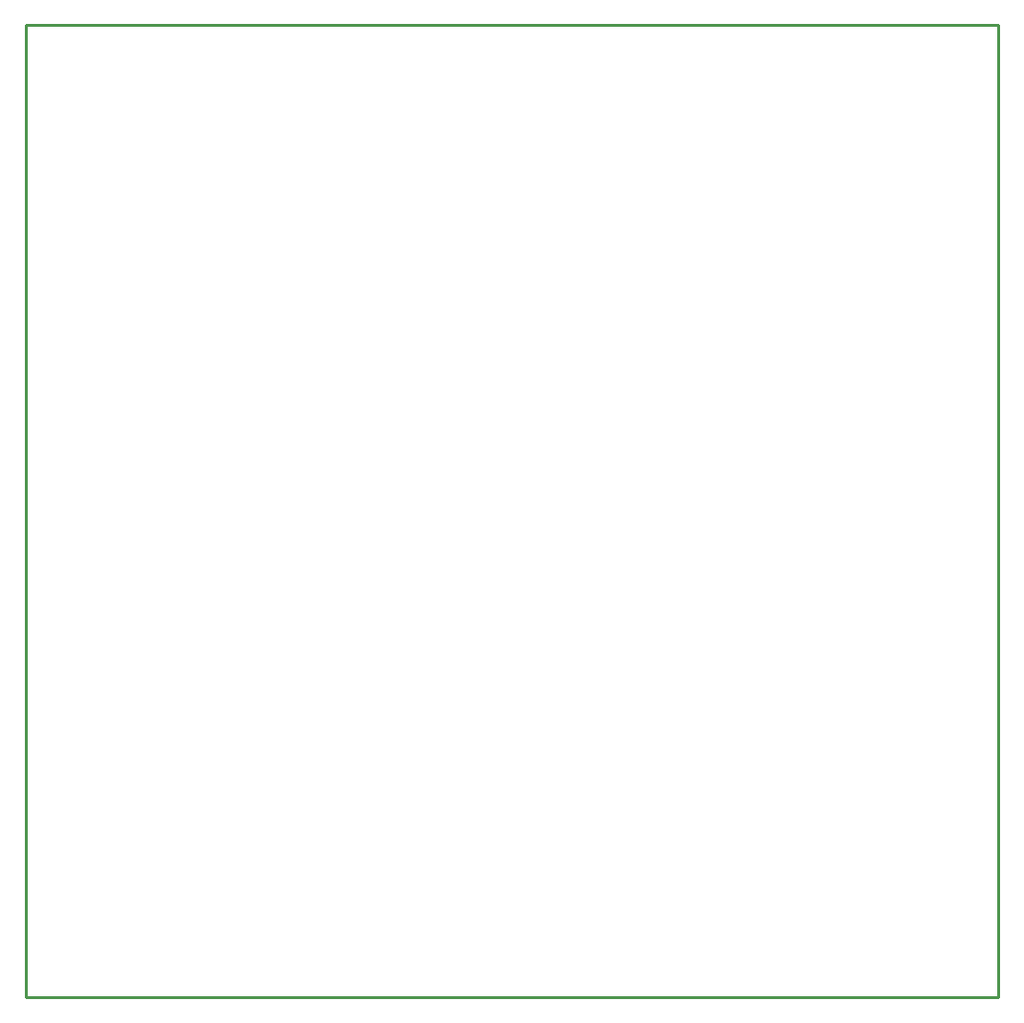
<source format=gko>
%FSLAX25Y25*%
%MOIN*%
G70*
G01*
G75*
G04 Layer_Color=16711935*
%ADD10R,0.03740X0.03150*%
%ADD11C,0.02500*%
%ADD12R,0.03150X0.03740*%
%ADD13R,0.18000X0.12598*%
%ADD14R,0.05118X0.02756*%
%ADD15R,0.02559X0.04724*%
%ADD16O,0.09449X0.02362*%
%ADD17R,0.09449X0.02362*%
%ADD18R,0.28740X0.10433*%
%ADD19R,0.04921X0.06299*%
%ADD20R,0.05500X0.07600*%
%ADD21R,0.05118X0.10630*%
%ADD22R,0.06299X0.06299*%
%ADD23R,0.04724X0.02559*%
%ADD24R,0.15748X0.21654*%
%ADD25R,0.06299X0.04921*%
%ADD26R,0.10000X0.07000*%
%ADD27R,0.06299X0.06299*%
%ADD28R,0.05906X0.01300*%
%ADD29R,0.01300X0.05906*%
%ADD30R,0.10039X0.12992*%
%ADD31R,0.10039X0.03740*%
%ADD32R,0.09000X0.22000*%
%ADD33O,0.02362X0.08661*%
%ADD34R,0.02362X0.08661*%
%ADD35C,0.01000*%
%ADD36C,0.02000*%
%ADD37C,0.03000*%
%ADD38C,0.06000*%
%ADD39C,0.05906*%
%ADD40R,0.05906X0.05906*%
%ADD41C,0.09843*%
%ADD42R,0.08400X0.08400*%
%ADD43R,0.05906X0.05906*%
%ADD44C,0.21654*%
%ADD45C,0.05000*%
%ADD46R,0.07500X0.05000*%
%ADD47R,0.04724X0.02165*%
%ADD48C,0.00787*%
%ADD49C,0.00984*%
%ADD50C,0.00800*%
%ADD51C,0.00394*%
%ADD52C,0.00591*%
%ADD53R,0.04540X0.03950*%
%ADD54C,0.03300*%
%ADD55R,0.03950X0.04540*%
%ADD56R,0.18800X0.13398*%
%ADD57R,0.05918X0.03556*%
%ADD58R,0.03359X0.05524*%
%ADD59O,0.10249X0.03162*%
%ADD60R,0.10249X0.03162*%
%ADD61R,0.29540X0.11233*%
%ADD62R,0.05721X0.07099*%
%ADD63R,0.06300X0.08400*%
%ADD64R,0.05918X0.11430*%
%ADD65R,0.07099X0.07099*%
%ADD66R,0.05524X0.03359*%
%ADD67R,0.16548X0.22453*%
%ADD68R,0.07099X0.05721*%
%ADD69R,0.10800X0.07800*%
%ADD70R,0.07099X0.07099*%
%ADD71R,0.06506X0.01900*%
%ADD72R,0.01900X0.06506*%
%ADD73R,0.10839X0.13792*%
%ADD74R,0.10839X0.04540*%
%ADD75R,0.09800X0.22800*%
%ADD76O,0.03162X0.09461*%
%ADD77R,0.03162X0.09461*%
%ADD78C,0.06706*%
%ADD79R,0.06706X0.06706*%
%ADD80C,0.10642*%
%ADD81R,0.09200X0.09200*%
%ADD82R,0.06706X0.06706*%
%ADD83C,0.22453*%
%ADD84C,0.05800*%
%ADD85R,0.08300X0.05800*%
%ADD86R,0.05118X0.02559*%
D35*
X-326772Y463209D02*
X11811D01*
X-326772D02*
Y801791D01*
X11811Y463209D02*
Y801791D01*
X-326772D02*
X11811D01*
M02*

</source>
